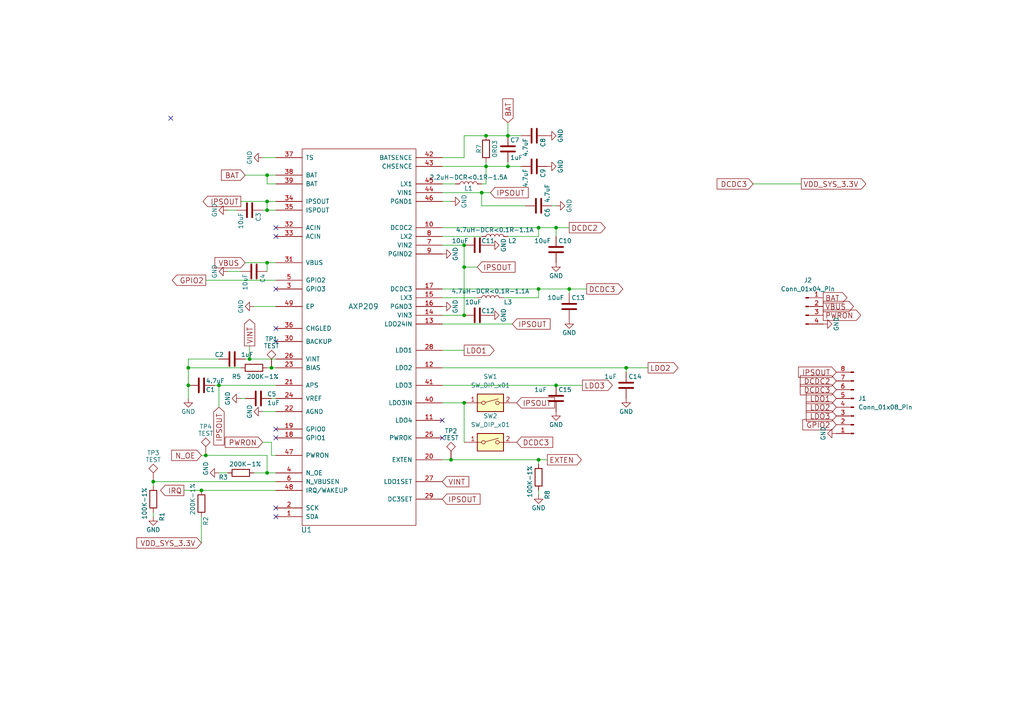
<source format=kicad_sch>
(kicad_sch (version 20230121) (generator eeschema)
  (paper "A4")
  (lib_symbols
    (symbol "Connector:Conn_01x04_Pin" (pin_names (offset 1.016) hide)
      (property "Reference" "J" (at 0 5.08 0))
      (property "Value" "Conn_01x04_Pin" (at 0 -7.62 0))
      (symbol "Conn_01x04_Pin_1_1"
        (polyline (pts (xy 1.27 -5.08) (xy 0.8636 -5.08)) (stroke (width 0.1524)))
        (polyline (pts (xy 1.27 -2.54) (xy 0.8636 -2.54)) (stroke (width 0.1524)))
        (polyline (pts (xy 1.27 0) (xy 0.8636 0)) (stroke (width 0.1524)))
        (polyline (pts (xy 1.27 2.54) (xy 0.8636 2.54)) (stroke (width 0.1524)))
        (rectangle (start 0.8636 -4.953) (end 0 -5.207) (stroke (width 0.1524)) (fill (type outline)))
        (rectangle (start 0.8636 -2.413) (end 0 -2.667) (stroke (width 0.1524)) (fill (type outline)))
        (rectangle (start 0.8636 0.127) (end 0 -0.127) (stroke (width 0.1524)) (fill (type outline)))
        (rectangle (start 0.8636 2.667) (end 0 2.413) (stroke (width 0.1524)) (fill (type outline)))
        (pin passive line (at 5.08 2.54 180) (length 3.81) (name "Pin_1") (number "1"))
        (pin passive line (at 5.08 0 180) (length 3.81) (name "Pin_2") (number "2"))
        (pin passive line (at 5.08 -2.54 180) (length 3.81) (name "Pin_3") (number "3"))
        (pin passive line (at 5.08 -5.08 180) (length 3.81) (name "Pin_4") (number "4"))
      )
    )
    (symbol "Connector:Conn_01x08_Pin" (pin_names (offset 1.016) hide)
      (property "Reference" "J" (at 0 10.16 0))
      (property "Value" "Conn_01x08_Pin" (at 0 -12.7 0))
      (symbol "Conn_01x08_Pin_1_1"
        (polyline (pts (xy 1.27 -10.16) (xy 0.8636 -10.16)) (stroke (width 0.1524)))
        (polyline (pts (xy 1.27 -7.62) (xy 0.8636 -7.62)) (stroke (width 0.1524)))
        (polyline (pts (xy 1.27 -5.08) (xy 0.8636 -5.08)) (stroke (width 0.1524)))
        (polyline (pts (xy 1.27 -2.54) (xy 0.8636 -2.54)) (stroke (width 0.1524)))
        (polyline (pts (xy 1.27 0) (xy 0.8636 0)) (stroke (width 0.1524)))
        (polyline (pts (xy 1.27 2.54) (xy 0.8636 2.54)) (stroke (width 0.1524)))
        (polyline (pts (xy 1.27 5.08) (xy 0.8636 5.08)) (stroke (width 0.1524)))
        (polyline (pts (xy 1.27 7.62) (xy 0.8636 7.62)) (stroke (width 0.1524)))
        (rectangle (start 0.8636 -10.033) (end 0 -10.287) (stroke (width 0.1524)) (fill (type outline)))
        (rectangle (start 0.8636 -7.493) (end 0 -7.747) (stroke (width 0.1524)) (fill (type outline)))
        (rectangle (start 0.8636 -4.953) (end 0 -5.207) (stroke (width 0.1524)) (fill (type outline)))
        (rectangle (start 0.8636 -2.413) (end 0 -2.667) (stroke (width 0.1524)) (fill (type outline)))
        (rectangle (start 0.8636 0.127) (end 0 -0.127) (stroke (width 0.1524)) (fill (type outline)))
        (rectangle (start 0.8636 2.667) (end 0 2.413) (stroke (width 0.1524)) (fill (type outline)))
        (rectangle (start 0.8636 5.207) (end 0 4.953) (stroke (width 0.1524)) (fill (type outline)))
        (rectangle (start 0.8636 7.747) (end 0 7.493) (stroke (width 0.1524)) (fill (type outline)))
        (pin passive line (at 5.08 7.62 180) (length 3.81) (name "Pin_1") (number "1"))
        (pin passive line (at 5.08 5.08 180) (length 3.81) (name "Pin_2") (number "2"))
        (pin passive line (at 5.08 2.54 180) (length 3.81) (name "Pin_3") (number "3"))
        (pin passive line (at 5.08 0 180) (length 3.81) (name "Pin_4") (number "4"))
        (pin passive line (at 5.08 -2.54 180) (length 3.81) (name "Pin_5") (number "5"))
        (pin passive line (at 5.08 -5.08 180) (length 3.81) (name "Pin_6") (number "6"))
        (pin passive line (at 5.08 -7.62 180) (length 3.81) (name "Pin_7") (number "7"))
        (pin passive line (at 5.08 -10.16 180) (length 3.81) (name "Pin_8") (number "8"))
      )
    )
    (symbol "Device:C" (pin_numbers hide) (pin_names (offset 0.254))
      (property "Reference" "C" (at 0.635 2.54 0))
      (property "Value" "C" (at 0.635 -2.54 0))
      (symbol "C_0_1"
        (polyline (pts (xy -2.032 -0.762) (xy 2.032 -0.762)) (stroke (width 0.508)))
        (polyline (pts (xy -2.032 0.762) (xy 2.032 0.762)) (stroke (width 0.508)))
      )
      (symbol "C_1_1"
        (pin passive line (at 0 3.81 270) (length 2.794) (name "~") (number "1"))
        (pin passive line (at 0 -3.81 90) (length 2.794) (name "~") (number "2"))
      )
    )
    (symbol "Device:L" (pin_numbers hide) (pin_names (offset 1.016) hide)
      (property "Reference" "L" (at -1.27 0 90))
      (property "Value" "L" (at 1.905 0 90))
      (symbol "L_0_1"
        (arc (start 0 -2.54) (mid 0.6323 -1.905) (end 0 -1.27))
        (arc (start 0 -1.27) (mid 0.6323 -0.635) (end 0 0))
        (arc (start 0 0) (mid 0.6323 0.635) (end 0 1.27))
        (arc (start 0 1.27) (mid 0.6323 1.905) (end 0 2.54))
      )
      (symbol "L_1_1"
        (pin passive line (at 0 3.81 270) (length 1.27) (name "1") (number "1"))
        (pin passive line (at 0 -3.81 90) (length 1.27) (name "2") (number "2"))
      )
    )
    (symbol "Device:R" (pin_numbers hide) (pin_names (offset 0))
      (property "Reference" "R" (at 2.032 0 90))
      (property "Value" "R" (at 0 0 90))
      (symbol "R_0_1"
        (rectangle (start -1.016 -2.54) (end 1.016 2.54) (stroke (width 0.254)))
      )
      (symbol "R_1_1"
        (pin passive line (at 0 3.81 270) (length 1.27) (name "~") (number "1"))
        (pin passive line (at 0 -3.81 90) (length 1.27) (name "~") (number "2"))
      )
    )
    (symbol "Switch:SW_DIP_x01" (pin_names (offset 0) hide)
      (property "Reference" "SW" (at 0 3.81 0))
      (property "Value" "SW_DIP_x01" (at 0 -3.81 0))
      (symbol "SW_DIP_x01_0_0"
        (circle (center -2.032 0) (radius 0.508))
        (polyline (pts (xy -1.524 0.127) (xy 2.3622 1.1684)))
        (circle (center 2.032 0) (radius 0.508))
      )
      (symbol "SW_DIP_x01_0_1"
        (rectangle (start -3.81 2.54) (end 3.81 -2.54) (stroke (width 0.254)) (fill (type background)))
      )
      (symbol "SW_DIP_x01_1_1"
        (pin passive line (at -7.62 0 0) (length 5.08) (name "~") (number "1"))
        (pin passive line (at 7.62 0 180) (length 5.08) (name "~") (number "2"))
      )
    )
    (symbol "WiRoc:TEST" (pin_numbers hide) (pin_names (offset 1.016) hide)
      (property "Reference" "TP" (at 0 7.62 0))
      (property "Value" "TEST" (at 0 6.35 0))
      (symbol "TEST_0_1"
        (polyline (pts (xy 0 5.08) (xy -1.27 3.81) (xy 0 2.54) (xy 1.27 3.81) (xy 0 5.08) (xy 0 5.08)))
      )
      (symbol "TEST_1_1"
        (pin passive line (at 0 0 90) (length 2.54) (name "~") (number "1"))
      )
    )
    (symbol "WiRoc:axp209" (pin_names (offset 1.016))
      (property "Reference" "U" (at -16.51 -59.69 0))
      (property "Value" "axp209" (at 0 5.08 0))
      (symbol "axp209_0_1"
        (rectangle (start -17.78 50.8) (end 15.24 -58.42))
      )
      (symbol "axp209_1_1"
        (pin bidirectional line (at -25.4 -55.88 0) (length 7.62) (name "SDA") (number "1"))
        (pin input line (at 22.86 27.94 180) (length 7.62) (name "DCDC2") (number "10"))
        (pin input line (at 22.86 -27.94 180) (length 7.62) (name "LDO4") (number "11"))
        (pin output line (at 22.86 -12.7 180) (length 7.62) (name "LDO2") (number "12"))
        (pin power_in line (at 22.86 0 180) (length 7.62) (name "LDO24IN") (number "13"))
        (pin power_in line (at 22.86 2.54 180) (length 7.62) (name "VIN3") (number "14"))
        (pin bidirectional line (at 22.86 7.62 180) (length 7.62) (name "LX3") (number "15"))
        (pin power_in line (at 22.86 5.08 180) (length 7.62) (name "PGND3") (number "16"))
        (pin input line (at 22.86 10.16 180) (length 7.62) (name "DCDC3") (number "17"))
        (pin bidirectional line (at -25.4 -33.02 0) (length 7.62) (name "GPIO1") (number "18"))
        (pin bidirectional line (at -25.4 -30.48 0) (length 7.62) (name "GPIO0") (number "19"))
        (pin input line (at -25.4 -53.34 0) (length 7.62) (name "SCK") (number "2"))
        (pin output line (at 22.86 -39.37 180) (length 7.62) (name "EXTEN") (number "20"))
        (pin power_in line (at -25.4 -17.78 0) (length 7.62) (name "APS") (number "21"))
        (pin power_in line (at -25.4 -25.4 0) (length 7.62) (name "AGND") (number "22"))
        (pin bidirectional line (at -25.4 -12.7 0) (length 7.62) (name "BIAS") (number "23"))
        (pin output line (at -25.4 -21.59 0) (length 7.62) (name "VREF") (number "24"))
        (pin output line (at 22.86 -33.02 180) (length 7.62) (name "PWROK") (number "25"))
        (pin bidirectional line (at -25.4 -10.16 0) (length 7.62) (name "VINT") (number "26"))
        (pin input line (at 22.86 -45.72 180) (length 7.62) (name "LDO1SET") (number "27"))
        (pin output line (at 22.86 -7.62 180) (length 7.62) (name "LDO1") (number "28"))
        (pin input line (at 22.86 -50.8 180) (length 7.62) (name "DC3SET") (number "29"))
        (pin bidirectional line (at -25.4 10.16 0) (length 7.62) (name "GPIO3") (number "3"))
        (pin bidirectional line (at -25.4 -5.08 0) (length 7.62) (name "BACKUP") (number "30"))
        (pin power_in line (at -25.4 17.78 0) (length 7.62) (name "VBUS") (number "31"))
        (pin power_in line (at -25.4 27.94 0) (length 7.62) (name "ACIN") (number "32"))
        (pin power_in line (at -25.4 25.4 0) (length 7.62) (name "ACIN") (number "33"))
        (pin power_out line (at -25.4 35.56 0) (length 7.62) (name "IPSOUT") (number "34"))
        (pin power_out line (at -25.4 33.02 0) (length 7.62) (name "ISPOUT") (number "35"))
        (pin output line (at -25.4 -1.27 0) (length 7.62) (name "CHGLED") (number "36"))
        (pin input line (at -25.4 48.26 0) (length 7.62) (name "TS") (number "37"))
        (pin power_in line (at -25.4 43.18 0) (length 7.62) (name "BAT") (number "38"))
        (pin power_in line (at -25.4 40.64 0) (length 7.62) (name "BAT") (number "39"))
        (pin input line (at -25.4 -43.18 0) (length 7.62) (name "N_OE") (number "4"))
        (pin output line (at 22.86 -22.86 180) (length 7.62) (name "LDO3IN") (number "40"))
        (pin input line (at 22.86 -17.78 180) (length 7.62) (name "LDO3") (number "41"))
        (pin input line (at 22.86 48.26 180) (length 7.62) (name "BATSENCE") (number "42"))
        (pin output line (at 22.86 45.72 180) (length 7.62) (name "CHSENCE") (number "43"))
        (pin power_in line (at 22.86 38.1 180) (length 7.62) (name "VIN1") (number "44"))
        (pin bidirectional line (at 22.86 40.64 180) (length 7.62) (name "LX1") (number "45"))
        (pin power_in line (at 22.86 35.56 180) (length 7.62) (name "PGND1") (number "46"))
        (pin input line (at -25.4 -38.1 0) (length 7.62) (name "PWRON") (number "47"))
        (pin bidirectional line (at -25.4 -48.26 0) (length 7.62) (name "IRQ/WAKEUP") (number "48"))
        (pin power_in line (at -25.4 5.08 0) (length 7.62) (name "EP") (number "49"))
        (pin bidirectional line (at -25.4 12.7 0) (length 7.62) (name "GPIO2") (number "5"))
        (pin input line (at -25.4 -45.72 0) (length 7.62) (name "N_VBUSEN") (number "6"))
        (pin power_in line (at 22.86 22.86 180) (length 7.62) (name "VIN2") (number "7"))
        (pin bidirectional line (at 22.86 25.4 180) (length 7.62) (name "LX2") (number "8"))
        (pin power_in line (at 22.86 20.32 180) (length 7.62) (name "PGIND2") (number "9"))
      )
    )
    (symbol "power:GND" (power) (pin_names (offset 0))
      (property "Value" "GND" (at 0 -3.81 0))
      (symbol "GND_0_1"
        (polyline (pts (xy 0 0) (xy 0 -1.27) (xy 1.27 -1.27) (xy 0 -2.54) (xy -1.27 -1.27) (xy 0 -1.27)))
      )
      (symbol "GND_1_1"
        (pin power_in line (at 0 0 270) (length 0) hide (name "GND") (number "1"))
      )
    )
  )
  (junction (at 134.62 71.12))
  (junction (at 134.62 116.84))
  (junction (at 72.39 104.14))
  (junction (at 161.29 66.04))
  (junction (at 161.29 111.76))
  (junction (at 156.21 83.82))
  (junction (at 54.61 106.68))
  (junction (at 63.5 111.76))
  (junction (at 140.97 39.37))
  (junction (at 77.47 50.8))
  (junction (at 139.7 55.88))
  (junction (at 181.61 106.68))
  (junction (at 44.45 139.7))
  (junction (at 77.47 137.16))
  (junction (at 77.47 76.2))
  (junction (at 58.42 142.24))
  (junction (at 165.1 83.82))
  (junction (at 147.32 39.37))
  (junction (at 77.47 58.42))
  (junction (at 140.97 48.26))
  (junction (at 147.32 48.26))
  (junction (at 54.61 111.76))
  (junction (at 78.74 106.68))
  (junction (at 77.47 60.96))
  (junction (at 134.62 77.47))
  (junction (at 59.69 132.08))
  (junction (at 130.81 133.35))
  (junction (at 156.21 66.04))
  (junction (at 134.62 91.44))
  (junction (at 156.21 133.35))
  (no_connect (at 80.01 83.82))
  (no_connect (at 80.01 127))
  (no_connect (at 80.01 147.32))
  (no_connect (at 80.01 99.06))
  (no_connect (at 80.01 124.46))
  (no_connect (at 80.01 95.25))
  (no_connect (at 80.01 66.04))
  (no_connect (at 80.01 149.86))
  (no_connect (at 128.27 127))
  (no_connect (at 49.53 34.29))
  (no_connect (at 128.27 121.92))
  (no_connect (at 80.01 68.58))
  (wire (pts (xy 128.27 106.68) (xy 181.61 106.68)))
  (wire (pts (xy 77.47 137.16) (xy 73.66 137.16)))
  (wire (pts (xy 72.39 104.14) (xy 80.01 104.14)))
  (wire (pts (xy 72.39 100.33) (xy 72.39 104.14)))
  (wire (pts (xy 156.21 142.24) (xy 156.21 143.51)))
  (wire (pts (xy 76.2 119.38) (xy 80.01 119.38)))
  (wire (pts (xy 128.27 133.35) (xy 130.81 133.35)))
  (wire (pts (xy 128.27 55.88) (xy 139.7 55.88)))
  (wire (pts (xy 156.21 134.62) (xy 156.21 133.35)))
  (wire (pts (xy 77.47 58.42) (xy 80.01 58.42)))
  (wire (pts (xy 140.97 39.37) (xy 147.32 39.37)))
  (wire (pts (xy 134.62 91.44) (xy 128.27 91.44)))
  (wire (pts (xy 78.74 128.27) (xy 78.74 132.08)))
  (wire (pts (xy 181.61 106.68) (xy 187.96 106.68)))
  (wire (pts (xy 128.27 71.12) (xy 134.62 71.12)))
  (wire (pts (xy 161.29 66.04) (xy 161.29 68.58)))
  (wire (pts (xy 63.5 111.76) (xy 80.01 111.76)))
  (wire (pts (xy 128.27 53.34) (xy 132.08 53.34)))
  (wire (pts (xy 156.21 66.04) (xy 128.27 66.04)))
  (wire (pts (xy 128.27 45.72) (xy 134.62 45.72)))
  (wire (pts (xy 80.01 115.57) (xy 78.74 115.57)))
  (wire (pts (xy 147.32 39.37) (xy 147.32 35.56)))
  (wire (pts (xy 44.45 139.7) (xy 80.01 139.7)))
  (wire (pts (xy 53.34 142.24) (xy 58.42 142.24)))
  (wire (pts (xy 69.85 58.42) (xy 77.47 58.42)))
  (wire (pts (xy 80.01 88.9) (xy 73.66 88.9)))
  (wire (pts (xy 156.21 68.58) (xy 156.21 66.04)))
  (wire (pts (xy 218.44 53.34) (xy 232.41 53.34)))
  (wire (pts (xy 156.21 86.36) (xy 156.21 83.82)))
  (wire (pts (xy 54.61 104.14) (xy 54.61 106.68)))
  (wire (pts (xy 76.2 60.96) (xy 77.47 60.96)))
  (wire (pts (xy 54.61 106.68) (xy 54.61 111.76)))
  (wire (pts (xy 66.04 78.74) (xy 69.85 78.74)))
  (wire (pts (xy 80.01 53.34) (xy 77.47 53.34)))
  (wire (pts (xy 63.5 104.14) (xy 54.61 104.14)))
  (wire (pts (xy 58.42 142.24) (xy 80.01 142.24)))
  (wire (pts (xy 54.61 111.76) (xy 54.61 115.57)))
  (wire (pts (xy 44.45 140.97) (xy 44.45 139.7)))
  (wire (pts (xy 156.21 83.82) (xy 128.27 83.82)))
  (wire (pts (xy 58.42 132.08) (xy 59.69 132.08)))
  (wire (pts (xy 77.47 60.96) (xy 80.01 60.96)))
  (wire (pts (xy 161.29 111.76) (xy 168.91 111.76)))
  (wire (pts (xy 147.32 48.26) (xy 151.13 48.26)))
  (wire (pts (xy 128.27 93.98) (xy 148.59 93.98)))
  (wire (pts (xy 165.1 83.82) (xy 170.18 83.82)))
  (wire (pts (xy 66.04 60.96) (xy 68.58 60.96)))
  (wire (pts (xy 140.97 46.99) (xy 140.97 48.26)))
  (wire (pts (xy 58.42 149.86) (xy 58.42 157.48)))
  (wire (pts (xy 63.5 118.11) (xy 63.5 111.76)))
  (wire (pts (xy 156.21 133.35) (xy 158.75 133.35)))
  (wire (pts (xy 128.27 86.36) (xy 138.43 86.36)))
  (wire (pts (xy 140.97 48.26) (xy 140.97 53.34)))
  (wire (pts (xy 77.47 60.96) (xy 77.47 58.42)))
  (wire (pts (xy 77.47 76.2) (xy 80.01 76.2)))
  (wire (pts (xy 80.01 45.72) (xy 76.2 45.72)))
  (wire (pts (xy 134.62 128.27) (xy 134.62 116.84)))
  (wire (pts (xy 63.5 137.16) (xy 66.04 137.16)))
  (wire (pts (xy 59.69 132.08) (xy 77.47 132.08)))
  (wire (pts (xy 69.85 106.68) (xy 54.61 106.68)))
  (wire (pts (xy 134.62 45.72) (xy 134.62 39.37)))
  (wire (pts (xy 128.27 101.6) (xy 134.62 101.6)))
  (wire (pts (xy 78.74 106.68) (xy 80.01 106.68)))
  (wire (pts (xy 128.27 48.26) (xy 140.97 48.26)))
  (wire (pts (xy 77.47 106.68) (xy 78.74 106.68)))
  (wire (pts (xy 139.7 55.88) (xy 139.7 59.69)))
  (wire (pts (xy 130.81 58.42) (xy 128.27 58.42)))
  (wire (pts (xy 134.62 39.37) (xy 140.97 39.37)))
  (wire (pts (xy 128.27 111.76) (xy 161.29 111.76)))
  (wire (pts (xy 165.1 83.82) (xy 165.1 85.09)))
  (wire (pts (xy 130.81 133.35) (xy 156.21 133.35)))
  (wire (pts (xy 80.01 137.16) (xy 77.47 137.16)))
  (wire (pts (xy 156.21 83.82) (xy 165.1 83.82)))
  (wire (pts (xy 78.74 128.27) (xy 76.2 128.27)))
  (wire (pts (xy 128.27 68.58) (xy 139.7 68.58)))
  (wire (pts (xy 78.74 132.08) (xy 80.01 132.08)))
  (wire (pts (xy 161.29 66.04) (xy 165.1 66.04)))
  (wire (pts (xy 156.21 66.04) (xy 161.29 66.04)))
  (wire (pts (xy 152.4 59.69) (xy 139.7 59.69)))
  (wire (pts (xy 71.12 76.2) (xy 77.47 76.2)))
  (wire (pts (xy 77.47 53.34) (xy 77.47 50.8)))
  (wire (pts (xy 62.23 111.76) (xy 63.5 111.76)))
  (wire (pts (xy 44.45 149.86) (xy 44.45 148.59)))
  (wire (pts (xy 147.32 39.37) (xy 151.13 39.37)))
  (wire (pts (xy 134.62 77.47) (xy 138.43 77.47)))
  (wire (pts (xy 147.32 48.26) (xy 147.32 46.99)))
  (wire (pts (xy 69.85 115.57) (xy 71.12 115.57)))
  (wire (pts (xy 77.47 50.8) (xy 80.01 50.8)))
  (wire (pts (xy 134.62 116.84) (xy 128.27 116.84)))
  (wire (pts (xy 146.05 86.36) (xy 156.21 86.36)))
  (wire (pts (xy 140.97 53.34) (xy 139.7 53.34)))
  (wire (pts (xy 140.97 48.26) (xy 147.32 48.26)))
  (wire (pts (xy 71.12 50.8) (xy 77.47 50.8)))
  (wire (pts (xy 71.12 104.14) (xy 72.39 104.14)))
  (wire (pts (xy 77.47 78.74) (xy 77.47 76.2)))
  (wire (pts (xy 161.29 59.69) (xy 160.02 59.69)))
  (wire (pts (xy 139.7 55.88) (xy 142.24 55.88)))
  (wire (pts (xy 134.62 71.12) (xy 134.62 77.47)))
  (wire (pts (xy 77.47 132.08) (xy 77.47 137.16)))
  (wire (pts (xy 59.69 81.28) (xy 80.01 81.28)))
  (wire (pts (xy 181.61 106.68) (xy 181.61 107.95)))
  (wire (pts (xy 134.62 77.47) (xy 134.62 91.44)))
  (wire (pts (xy 147.32 68.58) (xy 156.21 68.58)))
  (global_label "LDO1" (shape output) (at 134.62 101.6 0) (effects (font (size 1.524 1.524))) (property "Intersheetrefs" "${INTERSHEET_REFS}" (effects hide)))
  (global_label "IPSOUT" (shape input) (at 142.24 55.88 0) (effects (font (size 1.524 1.524))) (property "Intersheetrefs" "${INTERSHEET_REFS}" (effects hide)))
  (global_label "IPSOUT" (shape input) (at 138.43 77.47 0) (effects (font (size 1.524 1.524))) (property "Intersheetrefs" "${INTERSHEET_REFS}" (effects hide)))
  (global_label "LDO2" (shape input) (at 242.57 118.11 180) (effects (font (size 1.524 1.524))) (property "Intersheetrefs" "${INTERSHEET_REFS}" (effects hide)))
  (global_label "DCDC3" (shape input) (at 242.57 113.03 180) (effects (font (size 1.524 1.524))) (property "Intersheetrefs" "${INTERSHEET_REFS}" (effects hide)))
  (global_label "BAT" (shape input) (at 71.12 50.8 180) (effects (font (size 1.524 1.524))) (property "Intersheetrefs" "${INTERSHEET_REFS}" (effects hide)))
  (global_label "LDO3" (shape input) (at 242.57 120.65 180) (effects (font (size 1.524 1.524))) (property "Intersheetrefs" "${INTERSHEET_REFS}" (effects hide)))
  (global_label "LDO1" (shape input) (at 242.57 115.57 180) (effects (font (size 1.524 1.524))) (property "Intersheetrefs" "${INTERSHEET_REFS}" (effects hide)))
  (global_label "DCDC2" (shape output) (at 165.1 66.04 0) (effects (font (size 1.524 1.524))) (property "Intersheetrefs" "${INTERSHEET_REFS}" (effects hide)))
  (global_label "VINT" (shape input) (at 128.27 139.7 0) (effects (font (size 1.524 1.524))) (property "Intersheetrefs" "${INTERSHEET_REFS}" (effects hide)))
  (global_label "PWRON" (shape output) (at 238.76 91.44 0) (effects (font (size 1.524 1.524))) (property "Intersheetrefs" "${INTERSHEET_REFS}" (effects hide)))
  (global_label "VBUS" (shape input) (at 71.12 76.2 180) (effects (font (size 1.524 1.524))) (property "Intersheetrefs" "${INTERSHEET_REFS}" (effects hide)))
  (global_label "VBUS" (shape output) (at 238.76 88.9 0) (effects (font (size 1.524 1.524))) (property "Intersheetrefs" "${INTERSHEET_REFS}" (effects hide)))
  (global_label "GPIO2" (shape input) (at 242.57 123.19 180) (effects (font (size 1.524 1.524))) (property "Intersheetrefs" "${INTERSHEET_REFS}" (effects hide)))
  (global_label "DCDC3" (shape input) (at 218.44 53.34 180) (effects (font (size 1.524 1.524))) (property "Intersheetrefs" "${INTERSHEET_REFS}" (effects hide)))
  (global_label "DCDC3" (shape output) (at 170.18 83.82 0) (effects (font (size 1.524 1.524))) (property "Intersheetrefs" "${INTERSHEET_REFS}" (effects hide)))
  (global_label "GPIO2" (shape output) (at 59.69 81.28 180) (effects (font (size 1.524 1.524))) (property "Intersheetrefs" "${INTERSHEET_REFS}" (effects hide)))
  (global_label "LDO3" (shape output) (at 168.91 111.76 0) (effects (font (size 1.524 1.524))) (property "Intersheetrefs" "${INTERSHEET_REFS}" (effects hide)))
  (global_label "N_OE" (shape input) (at 58.42 132.08 180) (effects (font (size 1.524 1.524))) (property "Intersheetrefs" "${INTERSHEET_REFS}" (effects hide)))
  (global_label "IPSOUT" (shape input) (at 128.27 144.78 0) (effects (font (size 1.524 1.524))) (property "Intersheetrefs" "${INTERSHEET_REFS}" (effects hide)))
  (global_label "VINT" (shape output) (at 72.39 100.33 90) (effects (font (size 1.524 1.524))) (property "Intersheetrefs" "${INTERSHEET_REFS}" (effects hide)))
  (global_label "IPSOUT" (shape input) (at 242.57 107.95 180) (effects (font (size 1.524 1.524))) (property "Intersheetrefs" "${INTERSHEET_REFS}" (effects hide)))
  (global_label "EXTEN" (shape output) (at 158.75 133.35 0) (effects (font (size 1.524 1.524))) (property "Intersheetrefs" "${INTERSHEET_REFS}" (effects hide)))
  (global_label "BAT" (shape input) (at 147.32 35.56 90) (effects (font (size 1.524 1.524))) (property "Intersheetrefs" "${INTERSHEET_REFS}" (effects hide)))
  (global_label "LDO2" (shape output) (at 187.96 106.68 0) (effects (font (size 1.524 1.524))) (property "Intersheetrefs" "${INTERSHEET_REFS}" (effects hide)))
  (global_label "IPSOUT" (shape output) (at 69.85 58.42 180) (effects (font (size 1.524 1.524))) (property "Intersheetrefs" "${INTERSHEET_REFS}" (effects hide)))
  (global_label "IPSOUT" (shape input) (at 63.5 118.11 270) (effects (font (size 1.524 1.524))) (property "Intersheetrefs" "${INTERSHEET_REFS}" (effects hide)))
  (global_label "VDD_SYS_3.3V" (shape output) (at 232.41 53.34 0) (effects (font (size 1.524 1.524))) (property "Intersheetrefs" "${INTERSHEET_REFS}" (effects hide)))
  (global_label "IRQ" (shape output) (at 53.34 142.24 180) (effects (font (size 1.524 1.524))) (property "Intersheetrefs" "${INTERSHEET_REFS}" (effects hide)))
  (global_label "VDD_SYS_3.3V" (shape input) (at 58.42 157.48 180) (effects (font (size 1.524 1.524))) (property "Intersheetrefs" "${INTERSHEET_REFS}" (effects hide)))
  (global_label "PWRON" (shape input) (at 76.2 128.27 180) (effects (font (size 1.524 1.524))) (property "Intersheetrefs" "${INTERSHEET_REFS}" (effects hide)))
  (global_label "IPSOUT" (shape input) (at 149.86 116.84 0) (effects (font (size 1.524 1.524))) (property "Intersheetrefs" "${INTERSHEET_REFS}" (effects hide)))
  (global_label "BAT" (shape output) (at 238.76 86.36 0) (effects (font (size 1.524 1.524))) (property "Intersheetrefs" "${INTERSHEET_REFS}" (effects hide)))
  (global_label "IPSOUT" (shape input) (at 148.59 93.98 0) (effects (font (size 1.524 1.524))) (property "Intersheetrefs" "${INTERSHEET_REFS}" (effects hide)))
  (global_label "DCDC3" (shape input) (at 149.86 128.27 0) (effects (font (size 1.524 1.524))) (property "Intersheetrefs" "${INTERSHEET_REFS}" (effects hide)))
  (global_label "DCDC2" (shape input) (at 242.57 110.49 180) (effects (font (size 1.524 1.524))) (property "Intersheetrefs" "${INTERSHEET_REFS}" (effects hide)))
  (symbol (lib_id "power:GND") (at 165.1 92.71 0) (unit 1)
    (property "Reference" "#PWR020" (effects hide))
    (property "Value" "GND" (at 165.1 96.52 0))
  )
  (symbol (lib_id "Device:C") (at 73.66 78.74 270) (unit 1)
    (property "Reference" "C4" (at 76.2 79.375 0) (effects (justify left)))
    (property "Value" "10uF" (at 71.12 79.375 0) (effects (justify left)))
    (property "Footprint" "Capacitor_SMD:C_0603_1608Metric" (effects hide))
    (property "Package" "0603" (effects hide))
    (property "IncludeInBOM" "TRUE" (effects hide))
    (property "ManufacturerPartNumber" "CL10A106KP8NNNC" (effects hide))
    (property "Original" "No" (effects hide))
    (property "Manufacturer" "Samsung Electro-Mechanics" (effects hide))
    (property "WebsiteURL" "https://lcsc.com/product-detail/Multilayer-Ceramic-Capacitors-MLCC-SMD-SMT_SAMSUNG_CL10A106KP8NNNC_10uF-106-10-10V_C19702.html" (effects hide))
    (property "ThroughHole" "FALSE" (effects hide))
    (property "LCSC Part #" "C19702" (effects hide))
  )
  (symbol (lib_id "Device:C") (at 154.94 39.37 270) (unit 1)
    (property "Reference" "C8" (at 157.48 40.005 0) (effects (justify left)))
    (property "Value" "4.7uF" (at 152.4 40.005 0) (effects (justify left)))
    (property "Footprint" "Capacitor_SMD:C_0603_1608Metric" (effects hide))
    (property "Package" "0603" (effects hide))
    (property "ManufacturerPartNumber" "CL10A475KO8NNNC" (effects hide))
    (property "IncludeInBOM" "TRUE" (effects hide))
    (property "Original" "No" (effects hide))
    (property "Manufacturer" "Samsung Electro-Mechanics" (effects hide))
    (property "WebsiteURL" "https://lcsc.com/product-detail/Multilayer-Ceramic-Capacitors-MLCC-SMD-SMT_4-7uF-475-10-16V_C99226.html" (effects hide))
    (property "ThroughHole" "FALSE" (effects hide))
    (property "LCSC Part #" "C19666" (effects hide))
  )
  (symbol (lib_id "Device:R") (at 44.45 144.78 180) (unit 1)
    (property "Reference" "R1" (at 46.99 149.86 90))
    (property "Value" "100K-1%" (at 41.91 146.05 90))
    (property "Footprint" "Resistor_SMD:R_0603_1608Metric" (effects hide))
    (property "Package" "0603" (effects hide))
    (property "ManufacturerPartNumber" "0603WAF1003T5E" (effects hide))
    (property "IncludeInBOM" "TRUE" (effects hide))
    (property "Original" "No" (effects hide))
    (property "Manufacturer" "Uniroyal Elec" (effects hide))
    (property "WebsiteURL" "https://lcsc.com/product-detail/Chip-Resistor-Surface-Mount-UniOhm_Uniroyal-Elec-0603WAF1003T5E_C25803.html" (effects hide))
    (property "ThroughHole" "FALSE" (effects hide))
    (property "LCSC Part #" "C25803" (effects hide))
  )
  (symbol (lib_id "Device:C") (at 67.31 104.14 270) (unit 1)
    (property "Reference" "C2" (at 62.23 102.87 90) (effects (justify left)))
    (property "Value" "1uF" (at 69.85 102.87 90) (effects (justify left)))
    (property "Footprint" "Capacitor_SMD:C_0603_1608Metric" (effects hide))
    (property "Datasheet" "https://jlcpcb.com/partdetail/16531-CL10A105KB8NNNC/C15849" (effects hide))
    (property "Package" "0603" (effects hide))
    (property "IncludeInBOM" "TRUE" (effects hide))
    (property "ManufacturerPartNumber" "CL10A105KB8NNNC" (effects hide))
    (property "Original" "No" (effects hide))
    (property "Manufacturer" "Samsung Electro-Mechanics" (effects hide))
    (property "ThroughHole" "FALSE" (effects hide))
    (property "LCSC Part #" "C15849" (effects hide))
  )
  (symbol (lib_id "power:GND") (at 130.81 58.42 90) (unit 1)
    (property "Reference" "#PWR010" (effects hide))
    (property "Value" "GND" (at 134.62 58.42 0))
  )
  (symbol (lib_id "Device:C") (at 154.94 48.26 270) (unit 1)
    (property "Reference" "C9" (at 157.48 48.895 0) (effects (justify left)))
    (property "Value" "4.7uF" (at 152.4 48.895 0) (effects (justify left)))
    (property "Footprint" "Capacitor_SMD:C_0603_1608Metric" (effects hide))
    (property "Package" "0603" (effects hide))
    (property "ManufacturerPartNumber" "CL10A475KO8NNNC" (effects hide))
    (property "IncludeInBOM" "TRUE" (effects hide))
    (property "Original" "No" (effects hide))
    (property "Manufacturer" "Samsung Electro-Mechanics" (effects hide))
    (property "WebsiteURL" "https://lcsc.com/product-detail/Multilayer-Ceramic-Capacitors-MLCC-SMD-SMT_4-7uF-475-10-16V_C99226.html" (effects hide))
    (property "ThroughHole" "FALSE" (effects hide))
    (property "LCSC Part #" "C19666" (effects hide))
  )
  (symbol (lib_id "power:GND") (at 73.66 88.9 270) (unit 1)
    (property "Reference" "#PWR07" (effects hide))
    (property "Value" "GND" (at 69.85 88.9 0))
  )
  (symbol (lib_id "power:GND") (at 44.45 149.86 0) (unit 1)
    (property "Reference" "#PWR01" (effects hide))
    (property "Value" "GND" (at 44.45 153.67 0))
  )
  (symbol (lib_id "Device:C") (at 72.39 60.96 270) (unit 1)
    (property "Reference" "C3" (at 74.93 61.595 0) (effects (justify left)))
    (property "Value" "10uF" (at 69.85 61.595 0) (effects (justify left)))
    (property "Footprint" "Capacitor_SMD:C_0603_1608Metric" (effects hide))
    (property "Package" "0603" (effects hide))
    (property "IncludeInBOM" "TRUE" (effects hide))
    (property "ManufacturerPartNumber" "CL10A106KP8NNNC" (effects hide))
    (property "Original" "No" (effects hide))
    (property "Manufacturer" "Samsung Electro-Mechanics" (effects hide))
    (property "WebsiteURL" "https://lcsc.com/product-detail/Multilayer-Ceramic-Capacitors-MLCC-SMD-SMT_SAMSUNG_CL10A106KP8NNNC_10uF-106-10-10V_C19702.html" (effects hide))
    (property "ThroughHole" "FALSE" (effects hide))
    (property "LCSC Part #" "C19702" (effects hide))
  )
  (symbol (lib_id "Device:C") (at 161.29 115.57 0) (unit 1)
    (property "Reference" "C15" (at 161.925 113.03 0) (effects (justify left)))
    (property "Value" "1uF" (at 154.94 113.03 0) (effects (justify left)))
    (property "Footprint" "Capacitor_SMD:C_0603_1608Metric" (effects hide))
    (property "Package" "0603" (effects hide))
    (property "ManufacturerPartNumber" "CL10A475KO8NNNC" (effects hide))
    (property "IncludeInBOM" "TRUE" (effects hide))
    (property "Original" "No" (effects hide))
    (property "Manufacturer" "Samsung Electro-Mechanics" (effects hide))
    (property "WebsiteURL" "https://lcsc.com/product-detail/Multilayer-Ceramic-Capacitors-MLCC-SMD-SMT_4-7uF-475-10-16V_C99226.html" (effects hide))
    (property "ThroughHole" "FALSE" (effects hide))
    (property "LCSC Part #" "C19666" (effects hide))
  )
  (symbol (lib_id "power:GND") (at 66.04 60.96 270) (unit 1)
    (property "Reference" "#PWR04" (effects hide))
    (property "Value" "GND" (at 62.23 60.96 0))
  )
  (symbol (lib_id "Device:C") (at 58.42 111.76 270) (unit 1)
    (property "Reference" "C1" (at 59.69 113.03 90) (effects (justify left)))
    (property "Value" "4.7uF" (at 59.69 110.49 90) (effects (justify left)))
    (property "Footprint" "Capacitor_SMD:C_0603_1608Metric" (effects hide))
    (property "Package" "0603" (effects hide))
    (property "IncludeInBOM" "TRUE" (effects hide))
    (property "ManufacturerPartNumber" "CL10A475KO8NNNC" (effects hide))
    (property "Original" "No" (effects hide))
    (property "Manufacturer" "Samsung Electro-Mechanics" (effects hide))
    (property "WebsiteURL" "https://jlcpcb.com/partdetail/20375-CL10A475KO8NNNC/C19666" (effects hide))
    (property "ThroughHole" "FALSE" (effects hide))
    (property "LCSC Part #" "C19666" (effects hide))
  )
  (symbol (lib_id "WiRoc:TEST") (at 78.74 106.68 0) (unit 1) (in_bom no)
    (property "Reference" "TP1" (at 78.74 99.06 0) (effects (justify bottom)))
    (property "Value" "TEST" (at 78.74 100.33 0))
    (property "Footprint" "TestPoint:TestPoint_Pad_D1.0mm" (effects hide))
    (property "IncludeInBOM" "FALSE" (effects hide))
    (property "ThroughHole" "FALSE" (effects hide))
  )
  (symbol (lib_id "power:GND") (at 63.5 137.16 270) (unit 1)
    (property "Reference" "#PWR03" (effects hide))
    (property "Value" "GND" (at 59.69 135.89 0))
  )
  (symbol (lib_id "power:GND") (at 142.24 71.12 90) (unit 1)
    (property "Reference" "#PWR017" (effects hide))
    (property "Value" "GND" (at 146.05 71.12 0))
  )
  (symbol (lib_id "Device:R") (at 73.66 106.68 90) (unit 1)
    (property "Reference" "R5" (at 68.58 109.22 90))
    (property "Value" "200K-1%" (at 76.2 109.22 90))
    (property "Footprint" "Resistor_SMD:R_0603_1608Metric" (effects hide))
    (property "Package" "0603" (effects hide))
    (property "ManufacturerPartNumber" "0603WAF2003T5E" (effects hide))
    (property "IncludeInBOM" "TRUE" (effects hide))
    (property "Original" "No" (effects hide))
    (property "Manufacturer" "Uniroyal Elec" (effects hide))
    (property "WebsiteURL" "https://lcsc.com/product-detail/Chip-Resistor-Surface-Mount-UniOhm_Uniroyal-Elec-0603WAF2003T5E_C25811.html" (effects hide))
    (property "ThroughHole" "FALSE" (effects hide))
    (property "LCSC Part #" "C25811" (effects hide))
  )
  (symbol (lib_id "Device:C") (at 165.1 88.9 0) (unit 1)
    (property "Reference" "C13" (at 165.735 86.36 0) (effects (justify left)))
    (property "Value" "10uF" (at 158.75 86.36 0) (effects (justify left)))
    (property "Footprint" "Capacitor_SMD:C_0603_1608Metric" (effects hide))
    (property "Package" "0603" (effects hide))
    (property "ManufacturerPartNumber" "CL10A475KO8NNNC" (effects hide))
    (property "IncludeInBOM" "TRUE" (effects hide))
    (property "Original" "No" (effects hide))
    (property "Manufacturer" "Samsung Electro-Mechanics" (effects hide))
    (property "WebsiteURL" "https://lcsc.com/product-detail/Multilayer-Ceramic-Capacitors-MLCC-SMD-SMT_4-7uF-475-10-16V_C99226.html" (effects hide))
    (property "ThroughHole" "FALSE" (effects hide))
    (property "LCSC Part #" "C19666" (effects hide))
  )
  (symbol (lib_id "power:GND") (at 54.61 115.57 0) (unit 1)
    (property "Reference" "#PWR02" (effects hide))
    (property "Value" "GND" (at 54.61 119.38 0))
  )
  (symbol (lib_id "Connector:Conn_01x04_Pin") (at 233.68 88.9 0) (unit 1)
    (property "Reference" "J2" (at 234.315 81.28 0))
    (property "Value" "Conn_01x04_Pin" (at 234.315 83.82 0))
    (property "Footprint" "Connector_PinHeader_2.54mm:PinHeader_1x04_P2.54mm_Vertical" (effects hide))
  )
  (symbol (lib_id "Device:L") (at 142.24 86.36 90) (unit 1)
    (property "Reference" "L3" (at 147.32 87.63 90))
    (property "Value" "4.7uH-DCR<0.1R-1.1A" (at 142.24 84.455 90))
    (property "Footprint" "WiRoc:Inductor_SLW4018" (effects hide))
    (property "Package" "4018" (effects hide))
    (property "Description" "FIXED IND 2.2UH 1.7A 55 MOHM SMD" (effects hide))
    (property "ManufacturerPartNumber" "SWPA4030S4R7MT" (effects hide))
    (property "WebsiteURL" "https://lcsc.com/product-detail/Power-Inductors_2-2uH-20-1-65A_C206341.html" (effects hide))
    (property "Manufacturer" "Sunlord" (effects hide))
    (property "IncludeInBOM" "TRUE" (effects hide))
    (property "Original" "Yes" (effects hide))
    (property "ThroughHole" "FALSE" (effects hide))
    (property "LCSC Part #" "C57269" (effects hide))
  )
  (symbol (lib_id "Device:R") (at 140.97 43.18 180) (unit 1)
    (property "Reference" "R7" (at 138.938 43.18 90))
    (property "Value" "0R03" (at 143.51 43.18 90))
    (property "Footprint" "Resistor_SMD:R_0805_2012Metric" (effects hide))
    (property "Package" "0805" (effects hide))
    (property "ManufacturerPartNumber" "0805W4F300MT5E" (effects hide))
    (property "IncludeInBOM" "TRUE" (effects hide))
    (property "Original" "No" (effects hide))
    (property "Description" "RESISTOR 0805 0.03Ω 1/8W±1%" (effects hide))
    (property "WebsiteURL" "https://lcsc.com/product-detail/Chip-Resistor-Surface-Mount_0-03R-R030-1_C158159.html" (effects hide))
    (property "Manufacturer" "Uniroyal Elec" (effects hide))
    (property "ThroughHole" "FALSE" (effects hide))
    (property "LCSC Part #" "C247605" (effects hide))
  )
  (symbol (lib_id "power:GND") (at 158.75 48.26 90) (unit 1)
    (property "Reference" "#PWR014" (effects hide))
    (property "Value" "GND" (at 162.56 48.26 0))
  )
  (symbol (lib_id "WiRoc:axp209") (at 105.41 93.98 0) (unit 1)
    (property "Reference" "U1" (at 88.9 153.67 0) (effects (font (size 1.524 1.524))))
    (property "Value" "AXP209" (at 105.41 88.9 0) (effects (font (size 1.524 1.524))))
    (property "Footprint" "WiRoc:qfn48_6x6mm_Pitch0.4mm" (effects hide))
    (property "Datasheet" "http://dl.linux-sunxi.org/AXP/AXP209_Datasheet_v1.0en.pdf" (effects hide))
    (property "Package" "6mm x 6mm 48-pin QFN" (effects hide))
    (property "ManufacturerPartNumber" "AXP209" (effects hide))
    (property "Description" "Enhanced single Cell Li-Battery and Power System Management IC" (effects hide))
    (property "Manufacturer" "X-Powers Limited" (effects hide))
    (property "Original" "Yes" (effects hide))
    (property "IncludeInBOM" "TRUE" (effects hide))
    (property "WebsiteURL" "https://lcsc.com/product-detail/PMIC-AC-DC-Converters_AXP209_C80525.html" (effects hide))
    (property "ThroughHole" "FALSE" (effects hide))
    (property "LCSC Part #" "C2997895" (effects hide))
  )
  (symbol (lib_id "power:GND") (at 161.29 119.38 0) (unit 1)
    (property "Reference" "#PWR021" (effects hide))
    (property "Value" "GND" (at 161.29 123.19 0))
  )
  (symbol (lib_id "power:GND") (at 161.29 59.69 90) (unit 1)
    (property "Reference" "#PWR011" (effects hide))
    (property "Value" "GND" (at 165.1 59.69 0))
  )
  (symbol (lib_id "Device:L") (at 143.51 68.58 90) (unit 1)
    (property "Reference" "L2" (at 148.59 69.85 90))
    (property "Value" "4.7uH-DCR<0.1R-1.1A" (at 143.51 66.675 90))
    (property "Footprint" "WiRoc:Inductor_SLW4018" (effects hide))
    (property "Package" "4018" (effects hide))
    (property "ManufacturerPartNumber" "?? DFE322520FD-4R7M=P2" (effects hide))
    (property "IncludeInBOM" "TRUE" (effects hide))
    (property "Original" "Yes" (effects hide))
    (property "ThroughHole" "FALSE" (effects hide))
    (property "LCSC Part #" "?? C2045343" (effects hide))
  )
  (symbol (lib_id "Device:R") (at 58.42 146.05 180) (unit 1)
    (property "Reference" "R2" (at 59.69 151.13 90))
    (property "Value" "200K-1%" (at 55.88 144.78 90))
    (property "Footprint" "Resistor_SMD:R_0603_1608Metric" (effects hide))
    (property "Package" "0603" (effects hide))
    (property "ManufacturerPartNumber" "0603WAF2003T5E" (effects hide))
    (property "IncludeInBOM" "TRUE" (effects hide))
    (property "Original" "No" (effects hide))
    (property "Manufacturer" "Uniroyal Elec" (effects hide))
    (property "WebsiteURL" "https://lcsc.com/product-detail/Chip-Resistor-Surface-Mount-UniOhm_Uniroyal-Elec-0603WAF2003T5E_C25811.html" (effects hide))
    (property "ThroughHole" "FALSE" (effects hide))
    (property "LCSC Part #" "C25811" (effects hide))
  )
  (symbol (lib_id "WiRoc:TEST") (at 44.45 139.7 0) (unit 1) (in_bom no)
    (property "Reference" "TP3" (at 44.45 132.08 0) (effects (justify bottom)))
    (property "Value" "TEST" (at 44.45 133.35 0))
    (property "Footprint" "TestPoint:TestPoint_Pad_D1.0mm" (effects hide))
    (property "IncludeInBOM" "FALSE" (effects hide))
    (property "ThroughHole" "FALSE" (effects hide))
  )
  (symbol (lib_id "power:GND") (at 66.04 78.74 270) (unit 1)
    (property "Reference" "#PWR05" (effects hide))
    (property "Value" "GND" (at 62.23 78.74 0))
  )
  (symbol (lib_id "Connector:Conn_01x08_Pin") (at 247.65 118.11 180) (unit 1)
    (property "Reference" "J1" (at 248.92 115.57 0) (effects (justify right)))
    (property "Value" "Conn_01x08_Pin" (at 248.92 118.11 0) (effects (justify right)))
    (property "Footprint" "Connector_PinHeader_2.54mm:PinHeader_1x08_P2.54mm_Vertical" (effects hide))
  )
  (symbol (lib_id "WiRoc:TEST") (at 130.81 133.35 0) (unit 1) (in_bom no)
    (property "Reference" "TP2" (at 130.81 125.73 0) (effects (justify bottom)))
    (property "Value" "TEST" (at 130.81 127 0))
    (property "Footprint" "TestPoint:TestPoint_Pad_D1.0mm" (effects hide))
    (property "IncludeInBOM" "FALSE" (effects hide))
    (property "ThroughHole" "FALSE" (effects hide))
  )
  (symbol (lib_id "Device:C") (at 74.93 115.57 270) (unit 1)
    (property "Reference" "C5" (at 77.47 114.3 90) (effects (justify left)))
    (property "Value" "1uF" (at 77.47 116.84 90) (effects (justify left)))
    (property "Footprint" "Capacitor_SMD:C_0603_1608Metric" (effects hide))
    (property "Datasheet" "https://jlcpcb.com/partdetail/16531-CL10A105KB8NNNC/C15849" (effects hide))
    (property "Package" "0603" (effects hide))
    (property "IncludeInBOM" "TRUE" (effects hide))
    (property "ManufacturerPartNumber" "CL10A105KB8NNNC" (effects hide))
    (property "Original" "No" (effects hide))
    (property "Manufacturer" "Samsung Electro-Mechanics" (effects hide))
    (property "ThroughHole" "FALSE" (effects hide))
    (property "LCSC Part #" "C15849" (effects hide))
  )
  (symbol (lib_id "power:GND") (at 181.61 115.57 0) (unit 1)
    (property "Reference" "#PWR022" (effects hide))
    (property "Value" "GND" (at 181.61 119.38 0))
  )
  (symbol (lib_id "power:GND") (at 156.21 143.51 0) (unit 1)
    (property "Reference" "#PWR012" (effects hide))
    (property "Value" "GND" (at 156.21 147.32 0))
  )
  (symbol (lib_id "power:GND") (at 128.27 73.66 90) (unit 1)
    (property "Reference" "#PWR016" (effects hide))
    (property "Value" "GND" (at 132.08 73.66 0))
  )
  (symbol (lib_id "Device:C") (at 181.61 111.76 0) (unit 1)
    (property "Reference" "C14" (at 182.245 109.22 0) (effects (justify left)))
    (property "Value" "1uF" (at 175.26 109.22 0) (effects (justify left)))
    (property "Footprint" "Capacitor_SMD:C_0603_1608Metric" (effects hide))
    (property "Package" "0603" (effects hide))
    (property "ManufacturerPartNumber" "CL10A475KO8NNNC" (effects hide))
    (property "IncludeInBOM" "TRUE" (effects hide))
    (property "Original" "No" (effects hide))
    (property "Manufacturer" "Samsung Electro-Mechanics" (effects hide))
    (property "WebsiteURL" "https://lcsc.com/product-detail/Multilayer-Ceramic-Capacitors-MLCC-SMD-SMT_4-7uF-475-10-16V_C99226.html" (effects hide))
    (property "ThroughHole" "FALSE" (effects hide))
    (property "LCSC Part #" "C19666" (effects hide))
  )
  (symbol (lib_id "Device:R") (at 69.85 137.16 90) (unit 1)
    (property "Reference" "R3" (at 64.77 138.43 90))
    (property "Value" "200K-1%" (at 71.12 134.62 90))
    (property "Footprint" "Resistor_SMD:R_0603_1608Metric" (effects hide))
    (property "Package" "0603" (effects hide))
    (property "ManufacturerPartNumber" "0603WAF2003T5E" (effects hide))
    (property "IncludeInBOM" "TRUE" (effects hide))
    (property "Original" "No" (effects hide))
    (property "Manufacturer" "Uniroyal Elec" (effects hide))
    (property "WebsiteURL" "https://lcsc.com/product-detail/Chip-Resistor-Surface-Mount-UniOhm_Uniroyal-Elec-0603WAF2003T5E_C25811.html" (effects hide))
    (property "ThroughHole" "FALSE" (effects hide))
    (property "LCSC Part #" "C25811" (effects hide))
  )
  (symbol (lib_id "Device:C") (at 138.43 71.12 90) (unit 1)
    (property "Reference" "C11" (at 143.51 69.85 90) (effects (justify left)))
    (property "Value" "10uF" (at 135.89 69.85 90) (effects (justify left)))
    (property "Footprint" "Capacitor_SMD:C_0603_1608Metric" (effects hide))
    (property "Package" "0603" (effects hide))
    (property "ManufacturerPartNumber" "CL10A475KO8NNNC" (effects hide))
    (property "IncludeInBOM" "TRUE" (effects hide))
    (property "Original" "No" (effects hide))
    (property "Manufacturer" "Samsung Electro-Mechanics" (effects hide))
    (property "WebsiteURL" "https://lcsc.com/product-detail/Multilayer-Ceramic-Capacitors-MLCC-SMD-SMT_4-7uF-475-10-16V_C99226.html" (effects hide))
    (property "ThroughHole" "FALSE" (effects hide))
    (property "LCSC Part #" "C19666" (effects hide))
  )
  (symbol (lib_id "Device:L") (at 135.89 53.34 90) (unit 1)
    (property "Reference" "L1" (at 135.89 54.61 90))
    (property "Value" "2.2uH-DCR<0.1R-1.5A" (at 135.89 51.435 90))
    (property "Footprint" "WiRoc:Inductor_SLW4018" (effects hide))
    (property "Package" "4018" (effects hide))
    (property "Description" "FIXED IND 2.2UH 1.7A 55 MOHM SMD" (effects hide))
    (property "ManufacturerPartNumber" "SLW4018S2R2MST" (effects hide))
    (property "WebsiteURL" "https://lcsc.com/product-detail/Power-Inductors_2-2uH-20-1-65A_C206341.html" (effects hide))
    (property "Manufacturer" "Sunltech Tech" (effects hide))
    (property "IncludeInBOM" "TRUE" (effects hide))
    (property "Original" "Yes" (effects hide))
    (property "ThroughHole" "FALSE" (effects hide))
    (property "LCSC Part #" "C206341" (effects hide))
  )
  (symbol (lib_id "power:GND") (at 76.2 119.38 270) (unit 1)
    (property "Reference" "#PWR09" (effects hide))
    (property "Value" "GND" (at 72.39 119.38 0))
  )
  (symbol (lib_id "power:GND") (at 69.85 115.57 270) (unit 1)
    (property "Reference" "#PWR06" (effects hide))
    (property "Value" "GND" (at 66.04 115.57 0))
  )
  (symbol (lib_id "Switch:SW_DIP_x01") (at 142.24 128.27 0) (unit 1)
    (property "Reference" "SW2" (at 142.24 120.65 0))
    (property "Value" "SW_DIP_x01" (at 142.24 123.19 0))
    (property "Footprint" "Connector_PinHeader_2.54mm:PinHeader_1x02_P2.54mm_Vertical" (effects hide))
  )
  (symbol (lib_id "WiRoc:TEST") (at 59.69 132.08 0) (unit 1) (in_bom no)
    (property "Reference" "TP4" (at 59.69 124.46 0) (effects (justify bottom)))
    (property "Value" "TEST" (at 59.69 125.73 0))
    (property "Footprint" "TestPoint:TestPoint_Pad_D1.0mm" (effects hide))
    (property "IncludeInBOM" "FALSE" (effects hide))
    (property "ThroughHole" "FALSE" (effects hide))
  )
  (symbol (lib_id "Device:C") (at 161.29 72.39 0) (unit 1)
    (property "Reference" "C10" (at 161.925 69.85 0) (effects (justify left)))
    (property "Value" "10uF" (at 154.94 69.85 0) (effects (justify left)))
    (property "Footprint" "Capacitor_SMD:C_0603_1608Metric" (effects hide))
    (property "Package" "0603" (effects hide))
    (property "ManufacturerPartNumber" "CL10A475KO8NNNC" (effects hide))
    (property "IncludeInBOM" "TRUE" (effects hide))
    (property "Original" "No" (effects hide))
    (property "Manufacturer" "Samsung Electro-Mechanics" (effects hide))
    (property "WebsiteURL" "https://lcsc.com/product-detail/Multilayer-Ceramic-Capacitors-MLCC-SMD-SMT_4-7uF-475-10-16V_C99226.html" (effects hide))
    (property "ThroughHole" "FALSE" (effects hide))
    (property "LCSC Part #" "C19666" (effects hide))
  )
  (symbol (lib_id "power:GND") (at 158.75 39.37 90) (unit 1)
    (property "Reference" "#PWR013" (effects hide))
    (property "Value" "GND" (at 162.56 39.37 0))
  )
  (symbol (lib_id "Device:C") (at 138.43 91.44 90) (unit 1)
    (property "Reference" "C12" (at 143.51 90.17 90) (effects (justify left)))
    (property "Value" "10uF" (at 139.7 87.63 90) (effects (justify left)))
    (property "Footprint" "Capacitor_SMD:C_0603_1608Metric" (effects hide))
    (property "Package" "0603" (effects hide))
    (property "ManufacturerPartNumber" "CL10A475KO8NNNC" (effects hide))
    (property "IncludeInBOM" "TRUE" (effects hide))
    (property "Original" "No" (effects hide))
    (property "Manufacturer" "Samsung Electro-Mechanics" (effects hide))
    (property "WebsiteURL" "https://lcsc.com/product-detail/Multilayer-Ceramic-Capacitors-MLCC-SMD-SMT_4-7uF-475-10-16V_C99226.html" (effects hide))
    (property "ThroughHole" "FALSE" (effects hide))
    (property "LCSC Part #" "C19666" (effects hide))
  )
  (symbol (lib_id "Device:C") (at 156.21 59.69 270) (unit 1)
    (property "Reference" "C6" (at 158.75 60.325 0) (effects (justify left)))
    (property "Value" "4.7uF" (at 158.75 53.34 0) (effects (justify left)))
    (property "Footprint" "Capacitor_SMD:C_0603_1608Metric" (effects hide))
    (property "Package" "0603" (effects hide))
    (property "ManufacturerPartNumber" "CL10A475KO8NNNC" (effects hide))
    (property "IncludeInBOM" "TRUE" (effects hide))
    (property "Original" "No" (effects hide))
    (property "Manufacturer" "Samsung Electro-Mechanics" (effects hide))
    (property "WebsiteURL" "https://lcsc.com/product-detail/Multilayer-Ceramic-Capacitors-MLCC-SMD-SMT_4-7uF-475-10-16V_C99226.html" (effects hide))
    (property "ThroughHole" "FALSE" (effects hide))
    (property "LCSC Part #" "C19666" (effects hide))
  )
  (symbol (lib_id "Device:R") (at 156.21 138.43 180) (unit 1)
    (property "Reference" "R8" (at 158.75 143.51 90))
    (property "Value" "100K-1%" (at 153.67 139.7 90))
    (property "Footprint" "Resistor_SMD:R_0603_1608Metric" (effects hide))
    (property "Package" "0603" (effects hide))
    (property "ManufacturerPartNumber" "0603WAF1003T5E" (effects hide))
    (property "IncludeInBOM" "TRUE" (effects hide))
    (property "Original" "No" (effects hide))
    (property "Manufacturer" "Uniroyal Elec" (effects hide))
    (property "WebsiteURL" "https://lcsc.com/product-detail/Chip-Resistor-Surface-Mount-UniOhm_Uniroyal-Elec-0603WAF1003T5E_C25803.html" (effects hide))
    (property "ThroughHole" "FALSE" (effects hide))
    (property "LCSC Part #" "C25803" (effects hide))
  )
  (symbol (lib_id "power:GND") (at 128.27 88.9 90) (unit 1)
    (property "Reference" "#PWR019" (effects hide))
    (property "Value" "GND" (at 132.08 88.9 0))
  )
  (symbol (lib_id "Device:C") (at 147.32 43.18 0) (unit 1)
    (property "Reference" "C7" (at 147.955 40.64 0) (effects (justify left)))
    (property "Value" "1uF" (at 147.955 45.72 0) (effects (justify left)))
    (property "Footprint" "Capacitor_SMD:C_0603_1608Metric" (effects hide))
    (property "Datasheet" "https://jlcpcb.com/partdetail/16531-CL10A105KB8NNNC/C15849" (effects hide))
    (property "Package" "0603" (effects hide))
    (property "IncludeInBOM" "TRUE" (effects hide))
    (property "ManufacturerPartNumber" "CL10A105KB8NNNC" (effects hide))
    (property "Original" "No" (effects hide))
    (property "Manufacturer" "Samsung Electro-Mechanics" (effects hide))
    (property "ThroughHole" "FALSE" (effects hide))
    (property "LCSC Part #" "C15849" (effects hide))
  )
  (symbol (lib_id "power:GND") (at 238.76 93.98 90) (unit 1)
    (property "Reference" "#PWR023" (effects hide))
    (property "Value" "GND" (at 242.57 93.98 0))
  )
  (symbol (lib_id "Switch:SW_DIP_x01") (at 142.24 116.84 0) (unit 1)
    (property "Reference" "SW1" (at 142.24 109.22 0))
    (property "Value" "SW_DIP_x01" (at 142.24 111.76 0))
    (property "Footprint" "Connector_PinHeader_2.54mm:PinHeader_1x02_P2.54mm_Vertical" (effects hide))
  )
  (symbol (lib_id "power:GND") (at 76.2 45.72 270) (unit 1)
    (property "Reference" "#PWR08" (effects hide))
    (property "Value" "GND" (at 72.39 45.72 0))
  )
  (symbol (lib_id "power:GND") (at 161.29 76.2 0) (unit 1)
    (property "Reference" "#PWR015" (effects hide))
    (property "Value" "GND" (at 161.29 80.01 0))
  )
  (symbol (lib_id "power:GND") (at 242.57 125.73 270) (unit 1)
    (property "Reference" "#PWR024" (effects hide))
    (property "Value" "GND" (at 238.76 125.73 0))
  )
  (symbol (lib_id "power:GND") (at 142.24 91.44 90) (unit 1)
    (property "Reference" "#PWR018" (effects hide))
    (property "Value" "GND" (at 146.05 91.44 0))
  )
)
</source>
